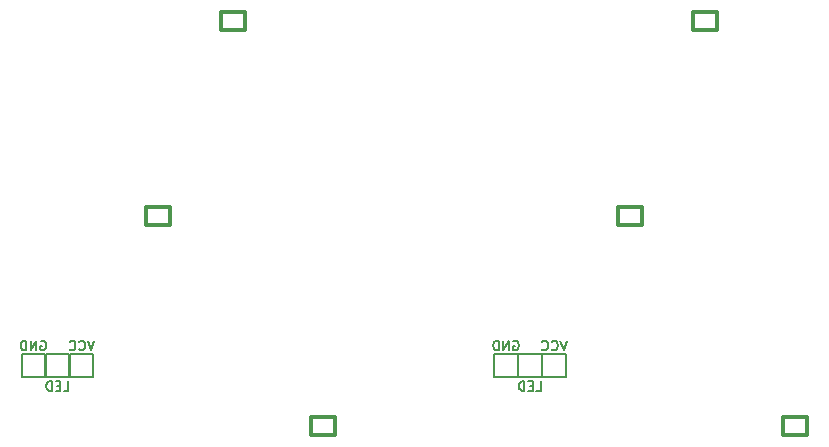
<source format=gbo>
G04 #@! TF.GenerationSoftware,KiCad,Pcbnew,5.0.2-bee76a0~70~ubuntu18.04.1*
G04 #@! TF.CreationDate,2019-06-15T01:55:41+09:00*
G04 #@! TF.ProjectId,shield,73686965-6c64-42e6-9b69-6361645f7063,rev?*
G04 #@! TF.SameCoordinates,Original*
G04 #@! TF.FileFunction,Legend,Bot*
G04 #@! TF.FilePolarity,Positive*
%FSLAX46Y46*%
G04 Gerber Fmt 4.6, Leading zero omitted, Abs format (unit mm)*
G04 Created by KiCad (PCBNEW 5.0.2-bee76a0~70~ubuntu18.04.1) date 2019年06月15日 01時55分41秒*
%MOMM*%
%LPD*%
G01*
G04 APERTURE LIST*
%ADD10C,0.300000*%
%ADD11C,0.150000*%
G04 APERTURE END LIST*
D10*
G04 #@! TO.C,L3*
X79485000Y-37770000D02*
X81535000Y-37770000D01*
X79485000Y-39220000D02*
X79485000Y-37770000D01*
X81535000Y-39220000D02*
X79485000Y-39220000D01*
X81535000Y-37770000D02*
X81535000Y-39220000D01*
G04 #@! TO.C,L2*
X73135000Y-54280000D02*
X75185000Y-54280000D01*
X73135000Y-55730000D02*
X73135000Y-54280000D01*
X75185000Y-55730000D02*
X73135000Y-55730000D01*
X75185000Y-54280000D02*
X75185000Y-55730000D01*
G04 #@! TO.C,L1*
X87105000Y-72060000D02*
X89155000Y-72060000D01*
X87105000Y-73510000D02*
X87105000Y-72060000D01*
X89155000Y-73510000D02*
X87105000Y-73510000D01*
X89155000Y-72060000D02*
X89155000Y-73510000D01*
D11*
G04 #@! TO.C,LED*
X66672213Y-68661730D02*
X64672213Y-68661730D01*
X64672213Y-68661730D02*
X64672213Y-66661730D01*
X64672213Y-66661730D02*
X66672213Y-66661730D01*
X66672213Y-66661730D02*
X66672213Y-68661730D01*
G04 #@! TO.C,VCC*
X68704213Y-68661730D02*
X66704213Y-68661730D01*
X66704213Y-68661730D02*
X66704213Y-66661730D01*
X66704213Y-66661730D02*
X68704213Y-66661730D01*
X68704213Y-66661730D02*
X68704213Y-68661730D01*
G04 #@! TO.C,GND*
X64640213Y-68661730D02*
X62640213Y-68661730D01*
X62640213Y-68661730D02*
X62640213Y-66661730D01*
X62640213Y-66661730D02*
X64640213Y-66661730D01*
X64640213Y-66661730D02*
X64640213Y-68661730D01*
D10*
G04 #@! TO.C,L3*
X121540000Y-37770000D02*
X121540000Y-39220000D01*
X121540000Y-39220000D02*
X119490000Y-39220000D01*
X119490000Y-39220000D02*
X119490000Y-37770000D01*
X119490000Y-37770000D02*
X121540000Y-37770000D01*
G04 #@! TO.C,L2*
X115190000Y-54280000D02*
X115190000Y-55730000D01*
X115190000Y-55730000D02*
X113140000Y-55730000D01*
X113140000Y-55730000D02*
X113140000Y-54280000D01*
X113140000Y-54280000D02*
X115190000Y-54280000D01*
G04 #@! TO.C,L1*
X129160000Y-72060000D02*
X129160000Y-73510000D01*
X129160000Y-73510000D02*
X127110000Y-73510000D01*
X127110000Y-73510000D02*
X127110000Y-72060000D01*
X127110000Y-72060000D02*
X129160000Y-72060000D01*
D11*
G04 #@! TO.C,LED*
X106677213Y-66661730D02*
X106677213Y-68661730D01*
X104677213Y-66661730D02*
X106677213Y-66661730D01*
X104677213Y-68661730D02*
X104677213Y-66661730D01*
X106677213Y-68661730D02*
X104677213Y-68661730D01*
G04 #@! TO.C,VCC*
X108709213Y-66661730D02*
X108709213Y-68661730D01*
X106709213Y-66661730D02*
X108709213Y-66661730D01*
X106709213Y-68661730D02*
X106709213Y-66661730D01*
X108709213Y-68661730D02*
X106709213Y-68661730D01*
G04 #@! TO.C,GND*
X104645213Y-66661730D02*
X104645213Y-68661730D01*
X102645213Y-66661730D02*
X104645213Y-66661730D01*
X102645213Y-68661730D02*
X102645213Y-66661730D01*
X104645213Y-68661730D02*
X102645213Y-68661730D01*
G04 #@! TO.C,LED*
X66194727Y-69807425D02*
X66581774Y-69807425D01*
X66581774Y-68994625D01*
X65923793Y-69381672D02*
X65652860Y-69381672D01*
X65536746Y-69807425D02*
X65923793Y-69807425D01*
X65923793Y-68994625D01*
X65536746Y-68994625D01*
X65188403Y-69807425D02*
X65188403Y-68994625D01*
X64994879Y-68994625D01*
X64878765Y-69033330D01*
X64801355Y-69110739D01*
X64762651Y-69188149D01*
X64723946Y-69342968D01*
X64723946Y-69459082D01*
X64762651Y-69613901D01*
X64801355Y-69691310D01*
X64878765Y-69768720D01*
X64994879Y-69807425D01*
X65188403Y-69807425D01*
G04 #@! TO.C,VCC*
X68787946Y-65565625D02*
X68517013Y-66378425D01*
X68246079Y-65565625D01*
X67510689Y-66301015D02*
X67549393Y-66339720D01*
X67665508Y-66378425D01*
X67742917Y-66378425D01*
X67859032Y-66339720D01*
X67936441Y-66262310D01*
X67975146Y-66184901D01*
X68013851Y-66030082D01*
X68013851Y-65913968D01*
X67975146Y-65759149D01*
X67936441Y-65681739D01*
X67859032Y-65604330D01*
X67742917Y-65565625D01*
X67665508Y-65565625D01*
X67549393Y-65604330D01*
X67510689Y-65643034D01*
X66697889Y-66301015D02*
X66736593Y-66339720D01*
X66852708Y-66378425D01*
X66930117Y-66378425D01*
X67046232Y-66339720D01*
X67123641Y-66262310D01*
X67162346Y-66184901D01*
X67201051Y-66030082D01*
X67201051Y-65913968D01*
X67162346Y-65759149D01*
X67123641Y-65681739D01*
X67046232Y-65604330D01*
X66930117Y-65565625D01*
X66852708Y-65565625D01*
X66736593Y-65604330D01*
X66697889Y-65643034D01*
G04 #@! TO.C,GND*
X64259489Y-65604330D02*
X64336898Y-65565625D01*
X64453013Y-65565625D01*
X64569127Y-65604330D01*
X64646536Y-65681739D01*
X64685241Y-65759149D01*
X64723946Y-65913968D01*
X64723946Y-66030082D01*
X64685241Y-66184901D01*
X64646536Y-66262310D01*
X64569127Y-66339720D01*
X64453013Y-66378425D01*
X64375603Y-66378425D01*
X64259489Y-66339720D01*
X64220784Y-66301015D01*
X64220784Y-66030082D01*
X64375603Y-66030082D01*
X63872441Y-66378425D02*
X63872441Y-65565625D01*
X63407984Y-66378425D01*
X63407984Y-65565625D01*
X63020936Y-66378425D02*
X63020936Y-65565625D01*
X62827413Y-65565625D01*
X62711298Y-65604330D01*
X62633889Y-65681739D01*
X62595184Y-65759149D01*
X62556479Y-65913968D01*
X62556479Y-66030082D01*
X62595184Y-66184901D01*
X62633889Y-66262310D01*
X62711298Y-66339720D01*
X62827413Y-66378425D01*
X63020936Y-66378425D01*
G04 #@! TO.C,LED*
X106199727Y-69807425D02*
X106586774Y-69807425D01*
X106586774Y-68994625D01*
X105928793Y-69381672D02*
X105657860Y-69381672D01*
X105541746Y-69807425D02*
X105928793Y-69807425D01*
X105928793Y-68994625D01*
X105541746Y-68994625D01*
X105193403Y-69807425D02*
X105193403Y-68994625D01*
X104999879Y-68994625D01*
X104883765Y-69033330D01*
X104806355Y-69110739D01*
X104767651Y-69188149D01*
X104728946Y-69342968D01*
X104728946Y-69459082D01*
X104767651Y-69613901D01*
X104806355Y-69691310D01*
X104883765Y-69768720D01*
X104999879Y-69807425D01*
X105193403Y-69807425D01*
G04 #@! TO.C,VCC*
X108792946Y-65565625D02*
X108522013Y-66378425D01*
X108251079Y-65565625D01*
X107515689Y-66301015D02*
X107554393Y-66339720D01*
X107670508Y-66378425D01*
X107747917Y-66378425D01*
X107864032Y-66339720D01*
X107941441Y-66262310D01*
X107980146Y-66184901D01*
X108018851Y-66030082D01*
X108018851Y-65913968D01*
X107980146Y-65759149D01*
X107941441Y-65681739D01*
X107864032Y-65604330D01*
X107747917Y-65565625D01*
X107670508Y-65565625D01*
X107554393Y-65604330D01*
X107515689Y-65643034D01*
X106702889Y-66301015D02*
X106741593Y-66339720D01*
X106857708Y-66378425D01*
X106935117Y-66378425D01*
X107051232Y-66339720D01*
X107128641Y-66262310D01*
X107167346Y-66184901D01*
X107206051Y-66030082D01*
X107206051Y-65913968D01*
X107167346Y-65759149D01*
X107128641Y-65681739D01*
X107051232Y-65604330D01*
X106935117Y-65565625D01*
X106857708Y-65565625D01*
X106741593Y-65604330D01*
X106702889Y-65643034D01*
G04 #@! TO.C,GND*
X104264489Y-65604330D02*
X104341898Y-65565625D01*
X104458013Y-65565625D01*
X104574127Y-65604330D01*
X104651536Y-65681739D01*
X104690241Y-65759149D01*
X104728946Y-65913968D01*
X104728946Y-66030082D01*
X104690241Y-66184901D01*
X104651536Y-66262310D01*
X104574127Y-66339720D01*
X104458013Y-66378425D01*
X104380603Y-66378425D01*
X104264489Y-66339720D01*
X104225784Y-66301015D01*
X104225784Y-66030082D01*
X104380603Y-66030082D01*
X103877441Y-66378425D02*
X103877441Y-65565625D01*
X103412984Y-66378425D01*
X103412984Y-65565625D01*
X103025936Y-66378425D02*
X103025936Y-65565625D01*
X102832413Y-65565625D01*
X102716298Y-65604330D01*
X102638889Y-65681739D01*
X102600184Y-65759149D01*
X102561479Y-65913968D01*
X102561479Y-66030082D01*
X102600184Y-66184901D01*
X102638889Y-66262310D01*
X102716298Y-66339720D01*
X102832413Y-66378425D01*
X103025936Y-66378425D01*
G04 #@! TD*
M02*

</source>
